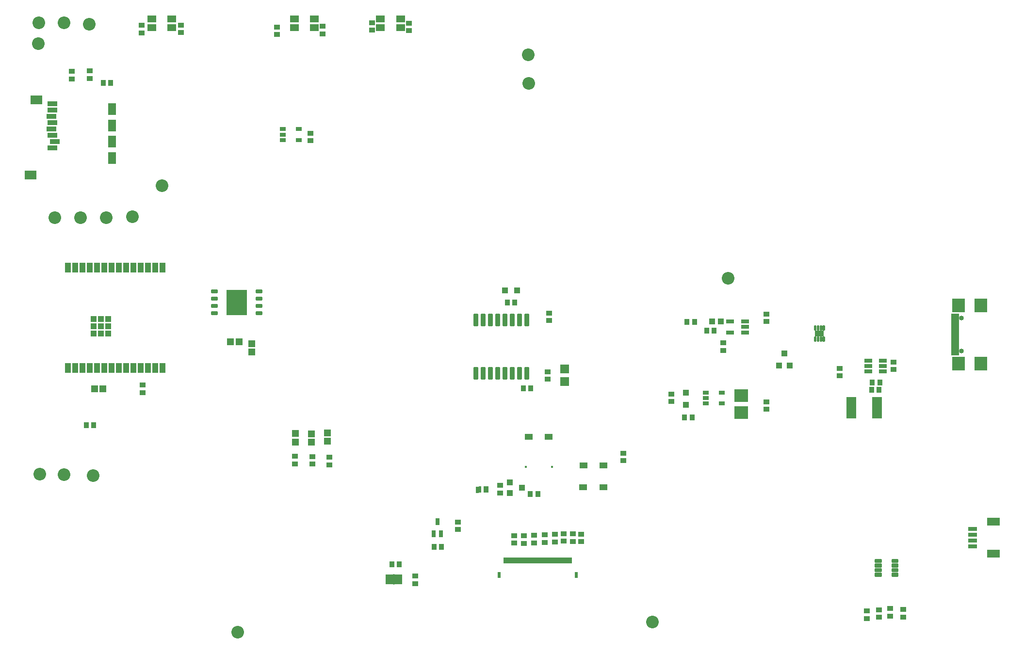
<source format=gbr>
G04 EAGLE Gerber RS-274X export*
G75*
%MOMM*%
%FSLAX34Y34*%
%LPD*%
%INSoldermask Top*%
%IPPOS*%
%AMOC8*
5,1,8,0,0,1.08239X$1,22.5*%
G01*
G04 Define Apertures*
%ADD10R,1.603200X1.253200*%
%ADD11R,1.103200X0.903200*%
%ADD12R,1.603200X1.603200*%
%ADD13R,0.903200X1.103200*%
%ADD14R,2.403200X2.203200*%
%ADD15R,1.003200X1.003200*%
%ADD16R,1.403200X0.803200*%
%ADD17R,1.143200X1.173200*%
%ADD18R,1.173200X1.143200*%
%ADD19R,1.103200X1.003200*%
%ADD20R,1.353200X1.003200*%
%ADD21R,1.003200X1.103200*%
%ADD22R,1.103200X0.803200*%
%ADD23R,0.503200X1.003200*%
%ADD24R,0.603200X1.003200*%
%ADD25R,1.353200X0.503200*%
%ADD26R,2.203200X2.383200*%
%ADD27C,0.853200*%
%ADD28R,2.203200X1.403200*%
%ADD29R,1.553200X0.803200*%
%ADD30R,1.403200X2.003200*%
%ADD31R,2.103200X1.603200*%
%ADD32R,1.703200X0.903200*%
%ADD33R,0.330200X0.330200*%
%ADD34R,1.703200X3.803200*%
%ADD35R,0.703200X1.253200*%
%ADD36C,0.330503*%
%ADD37R,0.152400X1.828800*%
%ADD38R,1.371600X1.803400*%
%ADD39C,2.203200*%
%ADD40C,0.315166*%
%ADD41R,3.603200X4.503200*%
%ADD42R,1.403200X0.753200*%
%ADD43C,0.349006*%
%ADD44C,0.269722*%
%ADD45R,1.503200X1.103200*%
%ADD46R,1.103200X1.703200*%
D10*
X506800Y1096590D03*
X471800Y1096590D03*
X471800Y1081590D03*
X506800Y1081590D03*
D11*
X1491700Y52100D03*
X1491700Y65100D03*
X607700Y1077100D03*
X607700Y1090100D03*
D12*
X943600Y485600D03*
X943600Y463600D03*
D11*
X1220500Y518000D03*
X1220500Y531000D03*
D13*
X1152800Y400700D03*
X1165800Y400700D03*
D11*
X1295300Y415200D03*
X1295300Y428200D03*
X1511700Y53900D03*
X1511700Y66900D03*
D13*
X1157100Y567500D03*
X1170100Y567500D03*
D14*
X1252000Y409100D03*
X1252000Y439100D03*
D11*
X1046100Y325600D03*
X1046100Y338600D03*
D13*
X1479400Y449500D03*
X1492400Y449500D03*
D11*
X204900Y1072500D03*
X204900Y1085500D03*
D13*
X1480500Y461500D03*
X1493500Y461500D03*
D11*
X441700Y1069700D03*
X441700Y1082700D03*
D13*
X883700Y267100D03*
X896700Y267100D03*
D11*
X913700Y467500D03*
X913700Y480500D03*
D13*
X138300Y985300D03*
X151300Y985300D03*
D10*
X657100Y1096590D03*
X622100Y1096590D03*
X622100Y1081590D03*
X657100Y1081590D03*
D15*
X1216000Y568700D03*
X1201000Y568700D03*
D11*
X500100Y884400D03*
X500100Y897400D03*
D16*
X1473500Y500200D03*
X1473500Y490700D03*
X1473500Y481200D03*
X1498500Y481200D03*
X1498500Y490700D03*
X1498500Y500200D03*
D17*
X397300Y514900D03*
X397300Y529900D03*
D18*
X122700Y450700D03*
X137700Y450700D03*
X360000Y532800D03*
X375000Y532800D03*
D19*
X1155200Y422900D03*
X1155200Y443900D03*
D20*
X975800Y278800D03*
X1010800Y278800D03*
X976200Y316800D03*
X1011200Y316800D03*
X880600Y366800D03*
X915600Y366800D03*
D17*
X473300Y357500D03*
X473300Y372500D03*
D21*
X839400Y622800D03*
X860400Y622800D03*
D17*
X501300Y357300D03*
X501300Y372300D03*
X529300Y359100D03*
X529300Y374100D03*
D11*
X972100Y184000D03*
X972100Y197000D03*
X855300Y181600D03*
X855300Y194600D03*
X682700Y123600D03*
X682700Y110600D03*
D13*
X642000Y144700D03*
X655000Y144700D03*
D11*
X958100Y184400D03*
X958100Y197400D03*
X942100Y184800D03*
X942100Y197800D03*
X926500Y183600D03*
X926500Y196600D03*
X908500Y182700D03*
X908500Y195700D03*
X890500Y181800D03*
X890500Y194800D03*
X872500Y180900D03*
X872500Y193900D03*
D22*
X451700Y904200D03*
X451700Y894700D03*
X451700Y885200D03*
X479700Y885200D03*
X479700Y904200D03*
X1190100Y444200D03*
X1190100Y434700D03*
X1190100Y425200D03*
X1218100Y425200D03*
X1218100Y444200D03*
D23*
X953900Y150900D03*
X948900Y150900D03*
X943900Y150900D03*
X938900Y150900D03*
X933900Y150900D03*
X928900Y150900D03*
X923900Y150900D03*
X918900Y150900D03*
X913900Y150900D03*
X908900Y150900D03*
X903900Y150900D03*
X898900Y150900D03*
X893900Y150900D03*
X888900Y150900D03*
X883900Y150900D03*
X878900Y150900D03*
X873900Y150900D03*
X868900Y150900D03*
X863900Y150900D03*
X858900Y150900D03*
X853900Y150900D03*
X848900Y150900D03*
X843900Y150900D03*
X838900Y150900D03*
D24*
X963900Y125900D03*
X828900Y125900D03*
D25*
X1625180Y512100D03*
X1625180Y520100D03*
X1625180Y533100D03*
X1625180Y543100D03*
X1625180Y548100D03*
X1625180Y558100D03*
X1625180Y571100D03*
X1625180Y579100D03*
X1625180Y576100D03*
X1625180Y568100D03*
X1625180Y563100D03*
X1625180Y553100D03*
X1625180Y538100D03*
X1625180Y528100D03*
X1625180Y523100D03*
X1625180Y515100D03*
D26*
X1670230Y494500D03*
X1670230Y596700D03*
X1630930Y494500D03*
X1630930Y596700D03*
D27*
X1635930Y516700D03*
X1635930Y574500D03*
D28*
X1691840Y162800D03*
X1691840Y218800D03*
D29*
X1655090Y175800D03*
X1655090Y185800D03*
X1655090Y195800D03*
X1655090Y205800D03*
D30*
X153500Y853824D03*
X153500Y910824D03*
D31*
X11000Y823824D03*
X21000Y955324D03*
D32*
X49500Y871824D03*
X53500Y882824D03*
X49500Y893824D03*
X47500Y904824D03*
X49500Y915824D03*
X47500Y926824D03*
X49500Y937824D03*
X49500Y948824D03*
D30*
X153500Y882324D03*
X153500Y939324D03*
D33*
X875840Y314500D03*
X921560Y314500D03*
D34*
X1443900Y418000D03*
X1488900Y418000D03*
D19*
X847600Y287600D03*
X847600Y268600D03*
X868600Y278100D03*
D21*
X1317600Y491600D03*
X1336600Y491600D03*
X1327100Y512600D03*
D35*
X714700Y197900D03*
X727700Y197900D03*
X721200Y218900D03*
D11*
X207100Y457300D03*
X207100Y444300D03*
X1471300Y49800D03*
X1471300Y62800D03*
D13*
X843600Y601900D03*
X856600Y601900D03*
D11*
X82900Y992100D03*
X82900Y1005100D03*
X1295700Y568300D03*
X1295700Y581300D03*
X1129600Y428700D03*
X1129600Y441700D03*
X756900Y204900D03*
X756900Y217900D03*
X1534500Y52300D03*
X1534500Y65300D03*
X916100Y570000D03*
X916100Y583000D03*
X1517700Y484500D03*
X1517700Y497500D03*
X1423300Y473600D03*
X1423300Y486600D03*
D13*
X1191400Y552300D03*
X1204400Y552300D03*
D11*
X830900Y268900D03*
X830900Y281900D03*
D13*
X715300Y175100D03*
X728300Y175100D03*
D11*
X114900Y992900D03*
X114900Y1005900D03*
X532900Y318100D03*
X532900Y331100D03*
X502900Y319300D03*
X502900Y332300D03*
D13*
X108500Y387100D03*
X121500Y387100D03*
D11*
X472900Y319700D03*
X472900Y332700D03*
D10*
X258000Y1096590D03*
X223000Y1096590D03*
X223000Y1081590D03*
X258000Y1081590D03*
D11*
X521300Y1070700D03*
X521300Y1083700D03*
D13*
X884300Y451600D03*
X871300Y451600D03*
D11*
X671600Y1076400D03*
X671600Y1089400D03*
D13*
G36*
X801627Y280336D02*
X810657Y280430D01*
X810773Y269400D01*
X801743Y269306D01*
X801627Y280336D01*
G37*
G36*
X788627Y280200D02*
X797657Y280294D01*
X797773Y269264D01*
X788743Y269170D01*
X788627Y280200D01*
G37*
D11*
X274100Y1073200D03*
X274100Y1086200D03*
D36*
X1515536Y148336D02*
X1524424Y148336D01*
X1515536Y148336D02*
X1515536Y152064D01*
X1524424Y152064D01*
X1524424Y148336D01*
X1524424Y151476D02*
X1515536Y151476D01*
X1515536Y140336D02*
X1524424Y140336D01*
X1515536Y140336D02*
X1515536Y144064D01*
X1524424Y144064D01*
X1524424Y140336D01*
X1524424Y143476D02*
X1515536Y143476D01*
X1515536Y132336D02*
X1524424Y132336D01*
X1515536Y132336D02*
X1515536Y136064D01*
X1524424Y136064D01*
X1524424Y132336D01*
X1524424Y135476D02*
X1515536Y135476D01*
X1515536Y124336D02*
X1524424Y124336D01*
X1515536Y124336D02*
X1515536Y128064D01*
X1524424Y128064D01*
X1524424Y124336D01*
X1524424Y127476D02*
X1515536Y127476D01*
X1495264Y124136D02*
X1486376Y124136D01*
X1486376Y127864D01*
X1495264Y127864D01*
X1495264Y124136D01*
X1495264Y127276D02*
X1486376Y127276D01*
X1486376Y132336D02*
X1495264Y132336D01*
X1486376Y132336D02*
X1486376Y136064D01*
X1495264Y136064D01*
X1495264Y132336D01*
X1495264Y135476D02*
X1486376Y135476D01*
X1486376Y140336D02*
X1495264Y140336D01*
X1486376Y140336D02*
X1486376Y144064D01*
X1495264Y144064D01*
X1495264Y140336D01*
X1495264Y143476D02*
X1486376Y143476D01*
X1486376Y148336D02*
X1495264Y148336D01*
X1486376Y148336D02*
X1486376Y152064D01*
X1495264Y152064D01*
X1495264Y148336D01*
X1495264Y151476D02*
X1486376Y151476D01*
D37*
X645600Y117900D03*
D38*
X637980Y117900D03*
X653220Y117900D03*
D39*
X98100Y749900D03*
X69900Y301100D03*
X372900Y25900D03*
X120400Y299100D03*
X188900Y751100D03*
X1228900Y643900D03*
X27400Y301900D03*
X25900Y1089900D03*
X1096400Y43900D03*
X143300Y749900D03*
X880500Y983900D03*
X879700Y1033900D03*
X24900Y1053900D03*
X70100Y1089900D03*
X113300Y1087900D03*
X240500Y805900D03*
X53700Y749900D03*
D40*
X327810Y619010D02*
X336090Y619010D01*
X327810Y619010D02*
X327810Y622290D01*
X336090Y622290D01*
X336090Y619010D01*
X336090Y622004D02*
X327810Y622004D01*
X327810Y606310D02*
X336090Y606310D01*
X327810Y606310D02*
X327810Y609590D01*
X336090Y609590D01*
X336090Y606310D01*
X336090Y609304D02*
X327810Y609304D01*
X327810Y593610D02*
X336090Y593610D01*
X327810Y593610D02*
X327810Y596890D01*
X336090Y596890D01*
X336090Y593610D01*
X336090Y596604D02*
X327810Y596604D01*
X327810Y580910D02*
X336090Y580910D01*
X327810Y580910D02*
X327810Y584190D01*
X336090Y584190D01*
X336090Y580910D01*
X336090Y583904D02*
X327810Y583904D01*
X405710Y580910D02*
X413990Y580910D01*
X405710Y580910D02*
X405710Y584190D01*
X413990Y584190D01*
X413990Y580910D01*
X413990Y583904D02*
X405710Y583904D01*
X405710Y593610D02*
X413990Y593610D01*
X405710Y593610D02*
X405710Y596890D01*
X413990Y596890D01*
X413990Y593610D01*
X413990Y596604D02*
X405710Y596604D01*
X405710Y606310D02*
X413990Y606310D01*
X405710Y606310D02*
X405710Y609590D01*
X413990Y609590D01*
X413990Y606310D01*
X413990Y609304D02*
X405710Y609304D01*
X405710Y619010D02*
X413990Y619010D01*
X405710Y619010D02*
X405710Y622290D01*
X413990Y622290D01*
X413990Y619010D01*
X413990Y622004D02*
X405710Y622004D01*
D41*
X370900Y601600D03*
D42*
X1258101Y549300D03*
X1258101Y558800D03*
X1258101Y568300D03*
X1232099Y568300D03*
X1232099Y549300D03*
D43*
X875229Y561529D02*
X875229Y580571D01*
X879671Y580571D01*
X879671Y561529D01*
X875229Y561529D01*
X875229Y564844D02*
X879671Y564844D01*
X879671Y568159D02*
X875229Y568159D01*
X875229Y571474D02*
X879671Y571474D01*
X879671Y574789D02*
X875229Y574789D01*
X875229Y578104D02*
X879671Y578104D01*
X862529Y580571D02*
X862529Y561529D01*
X862529Y580571D02*
X866971Y580571D01*
X866971Y561529D01*
X862529Y561529D01*
X862529Y564844D02*
X866971Y564844D01*
X866971Y568159D02*
X862529Y568159D01*
X862529Y571474D02*
X866971Y571474D01*
X866971Y574789D02*
X862529Y574789D01*
X862529Y578104D02*
X866971Y578104D01*
X849829Y580571D02*
X849829Y561529D01*
X849829Y580571D02*
X854271Y580571D01*
X854271Y561529D01*
X849829Y561529D01*
X849829Y564844D02*
X854271Y564844D01*
X854271Y568159D02*
X849829Y568159D01*
X849829Y571474D02*
X854271Y571474D01*
X854271Y574789D02*
X849829Y574789D01*
X849829Y578104D02*
X854271Y578104D01*
X837129Y580571D02*
X837129Y561529D01*
X837129Y580571D02*
X841571Y580571D01*
X841571Y561529D01*
X837129Y561529D01*
X837129Y564844D02*
X841571Y564844D01*
X841571Y568159D02*
X837129Y568159D01*
X837129Y571474D02*
X841571Y571474D01*
X841571Y574789D02*
X837129Y574789D01*
X837129Y578104D02*
X841571Y578104D01*
X824429Y580571D02*
X824429Y561529D01*
X824429Y580571D02*
X828871Y580571D01*
X828871Y561529D01*
X824429Y561529D01*
X824429Y564844D02*
X828871Y564844D01*
X828871Y568159D02*
X824429Y568159D01*
X824429Y571474D02*
X828871Y571474D01*
X828871Y574789D02*
X824429Y574789D01*
X824429Y578104D02*
X828871Y578104D01*
X811729Y580571D02*
X811729Y561529D01*
X811729Y580571D02*
X816171Y580571D01*
X816171Y561529D01*
X811729Y561529D01*
X811729Y564844D02*
X816171Y564844D01*
X816171Y568159D02*
X811729Y568159D01*
X811729Y571474D02*
X816171Y571474D01*
X816171Y574789D02*
X811729Y574789D01*
X811729Y578104D02*
X816171Y578104D01*
X799029Y580571D02*
X799029Y561529D01*
X799029Y580571D02*
X803471Y580571D01*
X803471Y561529D01*
X799029Y561529D01*
X799029Y564844D02*
X803471Y564844D01*
X803471Y568159D02*
X799029Y568159D01*
X799029Y571474D02*
X803471Y571474D01*
X803471Y574789D02*
X799029Y574789D01*
X799029Y578104D02*
X803471Y578104D01*
X786329Y580571D02*
X786329Y561529D01*
X786329Y580571D02*
X790771Y580571D01*
X790771Y561529D01*
X786329Y561529D01*
X786329Y564844D02*
X790771Y564844D01*
X790771Y568159D02*
X786329Y568159D01*
X786329Y571474D02*
X790771Y571474D01*
X790771Y574789D02*
X786329Y574789D01*
X786329Y578104D02*
X790771Y578104D01*
X786329Y487471D02*
X786329Y468429D01*
X786329Y487471D02*
X790771Y487471D01*
X790771Y468429D01*
X786329Y468429D01*
X786329Y471744D02*
X790771Y471744D01*
X790771Y475059D02*
X786329Y475059D01*
X786329Y478374D02*
X790771Y478374D01*
X790771Y481689D02*
X786329Y481689D01*
X786329Y485004D02*
X790771Y485004D01*
X799029Y487471D02*
X799029Y468429D01*
X799029Y487471D02*
X803471Y487471D01*
X803471Y468429D01*
X799029Y468429D01*
X799029Y471744D02*
X803471Y471744D01*
X803471Y475059D02*
X799029Y475059D01*
X799029Y478374D02*
X803471Y478374D01*
X803471Y481689D02*
X799029Y481689D01*
X799029Y485004D02*
X803471Y485004D01*
X811729Y487471D02*
X811729Y468429D01*
X811729Y487471D02*
X816171Y487471D01*
X816171Y468429D01*
X811729Y468429D01*
X811729Y471744D02*
X816171Y471744D01*
X816171Y475059D02*
X811729Y475059D01*
X811729Y478374D02*
X816171Y478374D01*
X816171Y481689D02*
X811729Y481689D01*
X811729Y485004D02*
X816171Y485004D01*
X824429Y487471D02*
X824429Y468429D01*
X824429Y487471D02*
X828871Y487471D01*
X828871Y468429D01*
X824429Y468429D01*
X824429Y471744D02*
X828871Y471744D01*
X828871Y475059D02*
X824429Y475059D01*
X824429Y478374D02*
X828871Y478374D01*
X828871Y481689D02*
X824429Y481689D01*
X824429Y485004D02*
X828871Y485004D01*
X837129Y487471D02*
X837129Y468429D01*
X837129Y487471D02*
X841571Y487471D01*
X841571Y468429D01*
X837129Y468429D01*
X837129Y471744D02*
X841571Y471744D01*
X841571Y475059D02*
X837129Y475059D01*
X837129Y478374D02*
X841571Y478374D01*
X841571Y481689D02*
X837129Y481689D01*
X837129Y485004D02*
X841571Y485004D01*
X849829Y487471D02*
X849829Y468429D01*
X849829Y487471D02*
X854271Y487471D01*
X854271Y468429D01*
X849829Y468429D01*
X849829Y471744D02*
X854271Y471744D01*
X854271Y475059D02*
X849829Y475059D01*
X849829Y478374D02*
X854271Y478374D01*
X854271Y481689D02*
X849829Y481689D01*
X849829Y485004D02*
X854271Y485004D01*
X862529Y487471D02*
X862529Y468429D01*
X862529Y487471D02*
X866971Y487471D01*
X866971Y468429D01*
X862529Y468429D01*
X862529Y471744D02*
X866971Y471744D01*
X866971Y475059D02*
X862529Y475059D01*
X862529Y478374D02*
X866971Y478374D01*
X866971Y481689D02*
X862529Y481689D01*
X862529Y485004D02*
X866971Y485004D01*
X875229Y487471D02*
X875229Y468429D01*
X875229Y487471D02*
X879671Y487471D01*
X879671Y468429D01*
X875229Y468429D01*
X875229Y471744D02*
X879671Y471744D01*
X879671Y475059D02*
X875229Y475059D01*
X875229Y478374D02*
X879671Y478374D01*
X879671Y481689D02*
X875229Y481689D01*
X875229Y485004D02*
X879671Y485004D01*
D44*
X1381318Y534382D02*
X1381318Y541318D01*
X1381318Y534382D02*
X1379282Y534382D01*
X1379282Y541318D01*
X1381318Y541318D01*
X1381318Y536944D02*
X1379282Y536944D01*
X1379282Y539506D02*
X1381318Y539506D01*
X1386318Y541318D02*
X1386318Y534382D01*
X1384282Y534382D01*
X1384282Y541318D01*
X1386318Y541318D01*
X1386318Y536944D02*
X1384282Y536944D01*
X1384282Y539506D02*
X1386318Y539506D01*
X1391318Y541318D02*
X1391318Y534382D01*
X1389282Y534382D01*
X1389282Y541318D01*
X1391318Y541318D01*
X1391318Y536944D02*
X1389282Y536944D01*
X1389282Y539506D02*
X1391318Y539506D01*
X1396318Y541318D02*
X1396318Y534382D01*
X1394282Y534382D01*
X1394282Y541318D01*
X1396318Y541318D01*
X1396318Y536944D02*
X1394282Y536944D01*
X1394282Y539506D02*
X1396318Y539506D01*
X1396318Y554082D02*
X1396318Y561018D01*
X1396318Y554082D02*
X1394282Y554082D01*
X1394282Y561018D01*
X1396318Y561018D01*
X1396318Y556644D02*
X1394282Y556644D01*
X1394282Y559206D02*
X1396318Y559206D01*
X1391318Y561018D02*
X1391318Y554082D01*
X1389282Y554082D01*
X1389282Y561018D01*
X1391318Y561018D01*
X1391318Y556644D02*
X1389282Y556644D01*
X1389282Y559206D02*
X1391318Y559206D01*
X1386318Y561018D02*
X1386318Y554082D01*
X1384282Y554082D01*
X1384282Y561018D01*
X1386318Y561018D01*
X1386318Y556644D02*
X1384282Y556644D01*
X1384282Y559206D02*
X1386318Y559206D01*
X1381318Y561018D02*
X1381318Y554082D01*
X1379282Y554082D01*
X1379282Y561018D01*
X1381318Y561018D01*
X1381318Y556644D02*
X1379282Y556644D01*
X1379282Y559206D02*
X1381318Y559206D01*
D45*
X1387800Y547700D03*
D46*
X76800Y487500D03*
X89500Y487500D03*
X102200Y487500D03*
X114900Y487500D03*
X127600Y487500D03*
X140300Y487500D03*
X153000Y487500D03*
X165700Y487500D03*
X178400Y487500D03*
X191100Y487500D03*
X203800Y487500D03*
X216500Y487500D03*
X229200Y487500D03*
X241900Y487500D03*
X241900Y662500D03*
X229200Y662500D03*
X216500Y662500D03*
X203800Y662500D03*
X191100Y662500D03*
X178400Y662500D03*
X165700Y662500D03*
X153000Y662500D03*
X140300Y662500D03*
X127600Y662500D03*
X114900Y662500D03*
X102200Y662500D03*
X89500Y662500D03*
X76800Y662500D03*
D15*
X134000Y559950D03*
X121500Y547450D03*
X121500Y559950D03*
X121500Y572450D03*
X134000Y547450D03*
X134000Y572450D03*
X146500Y547450D03*
X146500Y559950D03*
X146500Y572450D03*
M02*

</source>
